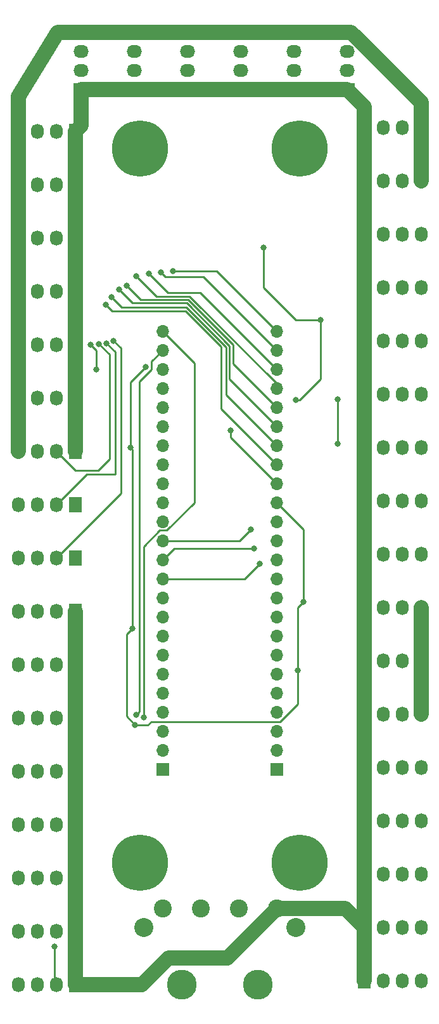
<source format=gbr>
%TF.GenerationSoftware,KiCad,Pcbnew,(5.1.8)-1*%
%TF.CreationDate,2021-05-23T23:23:44-05:00*%
%TF.ProjectId,CircuitBoardV2,43697263-7569-4744-926f-61726456322e,rev?*%
%TF.SameCoordinates,Original*%
%TF.FileFunction,Copper,L2,Bot*%
%TF.FilePolarity,Positive*%
%FSLAX46Y46*%
G04 Gerber Fmt 4.6, Leading zero omitted, Abs format (unit mm)*
G04 Created by KiCad (PCBNEW (5.1.8)-1) date 2021-05-23 23:23:44*
%MOMM*%
%LPD*%
G01*
G04 APERTURE LIST*
%TA.AperFunction,ComponentPad*%
%ADD10O,1.730000X2.030000*%
%TD*%
%TA.AperFunction,ComponentPad*%
%ADD11R,1.730000X2.030000*%
%TD*%
%TA.AperFunction,ComponentPad*%
%ADD12O,1.700000X1.700000*%
%TD*%
%TA.AperFunction,ComponentPad*%
%ADD13R,1.700000X1.700000*%
%TD*%
%TA.AperFunction,ComponentPad*%
%ADD14C,7.500000*%
%TD*%
%TA.AperFunction,ComponentPad*%
%ADD15C,2.540000*%
%TD*%
%TA.AperFunction,ComponentPad*%
%ADD16C,3.990000*%
%TD*%
%TA.AperFunction,ComponentPad*%
%ADD17C,2.400000*%
%TD*%
%TA.AperFunction,ComponentPad*%
%ADD18O,2.030000X1.730000*%
%TD*%
%TA.AperFunction,ComponentPad*%
%ADD19R,2.030000X1.730000*%
%TD*%
%TA.AperFunction,ViaPad*%
%ADD20C,0.800000*%
%TD*%
%TA.AperFunction,Conductor*%
%ADD21C,2.032000*%
%TD*%
%TA.AperFunction,Conductor*%
%ADD22C,0.250000*%
%TD*%
G04 APERTURE END LIST*
D10*
%TO.P,J31,4*%
%TO.N,Net-(J1-Pad4)*%
X100076000Y-93980000D03*
%TO.P,J31,3*%
%TO.N,Net-(J31-Pad3)*%
X102616000Y-93980000D03*
%TO.P,J31,2*%
%TO.N,Net-(J31-Pad2)*%
X105156000Y-93980000D03*
D11*
%TO.P,J31,1*%
%TO.N,Net-(J1-Pad1)*%
X107696000Y-93980000D03*
%TD*%
D12*
%TO.P,J21,24*%
%TO.N,Net-(J21-Pad24)*%
X134620000Y-85090000D03*
%TO.P,J21,23*%
%TO.N,Net-(J21-Pad23)*%
X134620000Y-87630000D03*
%TO.P,J21,22*%
%TO.N,Net-(J21-Pad22)*%
X134620000Y-90170000D03*
%TO.P,J21,21*%
%TO.N,Net-(J21-Pad21)*%
X134620000Y-92710000D03*
%TO.P,J21,20*%
%TO.N,Net-(J21-Pad20)*%
X134620000Y-95250000D03*
%TO.P,J21,19*%
%TO.N,Net-(J21-Pad19)*%
X134620000Y-97790000D03*
%TO.P,J21,18*%
%TO.N,Net-(J21-Pad18)*%
X134620000Y-100330000D03*
%TO.P,J21,17*%
%TO.N,Net-(J21-Pad17)*%
X134620000Y-102870000D03*
%TO.P,J21,16*%
%TO.N,Net-(J21-Pad16)*%
X134620000Y-105410000D03*
%TO.P,J21,15*%
%TO.N,Net-(J21-Pad15)*%
X134620000Y-107950000D03*
%TO.P,J21,14*%
%TO.N,Net-(J21-Pad14)*%
X134620000Y-110490000D03*
%TO.P,J21,13*%
%TO.N,Net-(J21-Pad13)*%
X134620000Y-113030000D03*
%TO.P,J21,12*%
%TO.N,Net-(J21-Pad12)*%
X134620000Y-115570000D03*
%TO.P,J21,11*%
%TO.N,Net-(J21-Pad11)*%
X134620000Y-118110000D03*
%TO.P,J21,10*%
%TO.N,Net-(J21-Pad10)*%
X134620000Y-120650000D03*
%TO.P,J21,9*%
%TO.N,Net-(J21-Pad9)*%
X134620000Y-123190000D03*
%TO.P,J21,8*%
%TO.N,Net-(J21-Pad8)*%
X134620000Y-125730000D03*
%TO.P,J21,7*%
%TO.N,Net-(J21-Pad7)*%
X134620000Y-128270000D03*
%TO.P,J21,6*%
%TO.N,Net-(J21-Pad6)*%
X134620000Y-130810000D03*
%TO.P,J21,5*%
%TO.N,Net-(J21-Pad5)*%
X134620000Y-133350000D03*
%TO.P,J21,4*%
%TO.N,Net-(J21-Pad4)*%
X134620000Y-135890000D03*
%TO.P,J21,3*%
%TO.N,Net-(J21-Pad3)*%
X134620000Y-138430000D03*
%TO.P,J21,2*%
%TO.N,Net-(J21-Pad2)*%
X134620000Y-140970000D03*
D13*
%TO.P,J21,1*%
%TO.N,Net-(J1-Pad4)*%
X134620000Y-143510000D03*
%TD*%
D14*
%TO.P,REF\u002A\u002A,1*%
%TO.N,N/C*%
X137668000Y-60706000D03*
%TD*%
%TO.P,REF\u002A\u002A,1*%
%TO.N,N/C*%
X116332000Y-60706000D03*
%TD*%
%TO.P,REF\u002A\u002A,1*%
%TO.N,N/C*%
X137668000Y-155956000D03*
%TD*%
%TO.P,REF\u002A\u002A,1*%
%TO.N,N/C*%
X116332000Y-155956000D03*
%TD*%
D10*
%TO.P,J37,4*%
%TO.N,Net-(J1-Pad4)*%
X100076000Y-136652000D03*
%TO.P,J37,3*%
%TO.N,Net-(J37-Pad3)*%
X102616000Y-136652000D03*
%TO.P,J37,2*%
%TO.N,Net-(J37-Pad2)*%
X105156000Y-136652000D03*
D11*
%TO.P,J37,1*%
%TO.N,Net-(J1-Pad1)*%
X107696000Y-136652000D03*
%TD*%
%TO.P,J40,1*%
%TO.N,Net-(J1-Pad1)*%
X107696000Y-157988000D03*
D10*
%TO.P,J40,2*%
%TO.N,Net-(J40-Pad2)*%
X105156000Y-157988000D03*
%TO.P,J40,3*%
%TO.N,Net-(J40-Pad3)*%
X102616000Y-157988000D03*
%TO.P,J40,4*%
%TO.N,Net-(J1-Pad4)*%
X100076000Y-157988000D03*
%TD*%
%TO.P,J5,4*%
%TO.N,Net-(J1-Pad4)*%
X153924000Y-72136000D03*
%TO.P,J5,3*%
%TO.N,Net-(J5-Pad3)*%
X151384000Y-72136000D03*
%TO.P,J5,2*%
%TO.N,Net-(J5-Pad2)*%
X148844000Y-72136000D03*
D11*
%TO.P,J5,1*%
%TO.N,Net-(J1-Pad1)*%
X146304000Y-72136000D03*
%TD*%
D10*
%TO.P,J1,4*%
%TO.N,Net-(J1-Pad4)*%
X153924000Y-93472000D03*
%TO.P,J1,3*%
%TO.N,Net-(J1-Pad3)*%
X151384000Y-93472000D03*
%TO.P,J1,2*%
%TO.N,Net-(J1-Pad2)*%
X148844000Y-93472000D03*
D11*
%TO.P,J1,1*%
%TO.N,Net-(J1-Pad1)*%
X146304000Y-93472000D03*
%TD*%
D10*
%TO.P,J3,4*%
%TO.N,Net-(J1-Pad4)*%
X153924000Y-100584000D03*
%TO.P,J3,3*%
%TO.N,Net-(J3-Pad3)*%
X151384000Y-100584000D03*
%TO.P,J3,2*%
%TO.N,Net-(J3-Pad2)*%
X148844000Y-100584000D03*
D11*
%TO.P,J3,1*%
%TO.N,Net-(J1-Pad1)*%
X146304000Y-100584000D03*
%TD*%
D10*
%TO.P,J35,4*%
%TO.N,Net-(J1-Pad4)*%
X100076000Y-122428000D03*
%TO.P,J35,3*%
%TO.N,Net-(J35-Pad3)*%
X102616000Y-122428000D03*
%TO.P,J35,2*%
%TO.N,Net-(J35-Pad2)*%
X105156000Y-122428000D03*
D11*
%TO.P,J35,1*%
%TO.N,Net-(J1-Pad1)*%
X107696000Y-122428000D03*
%TD*%
%TO.P,J38,1*%
%TO.N,Net-(J1-Pad1)*%
X107696000Y-143764000D03*
D10*
%TO.P,J38,2*%
%TO.N,Net-(J38-Pad2)*%
X105156000Y-143764000D03*
%TO.P,J38,3*%
%TO.N,Net-(J38-Pad3)*%
X102616000Y-143764000D03*
%TO.P,J38,4*%
%TO.N,Net-(J1-Pad4)*%
X100076000Y-143764000D03*
%TD*%
%TO.P,J36,4*%
%TO.N,Net-(J1-Pad4)*%
X100076000Y-129540000D03*
%TO.P,J36,3*%
%TO.N,Net-(J36-Pad3)*%
X102616000Y-129540000D03*
%TO.P,J36,2*%
%TO.N,Net-(J36-Pad2)*%
X105156000Y-129540000D03*
D11*
%TO.P,J36,1*%
%TO.N,Net-(J1-Pad1)*%
X107696000Y-129540000D03*
%TD*%
%TO.P,J39,1*%
%TO.N,Net-(J1-Pad1)*%
X107696000Y-150876000D03*
D10*
%TO.P,J39,2*%
%TO.N,Net-(J39-Pad2)*%
X105156000Y-150876000D03*
%TO.P,J39,3*%
%TO.N,Net-(J39-Pad3)*%
X102616000Y-150876000D03*
%TO.P,J39,4*%
%TO.N,Net-(J1-Pad4)*%
X100076000Y-150876000D03*
%TD*%
D11*
%TO.P,J41,1*%
%TO.N,Net-(J1-Pad1)*%
X107696000Y-165100000D03*
D10*
%TO.P,J41,2*%
%TO.N,Net-(J41-Pad2)*%
X105156000Y-165100000D03*
%TO.P,J41,3*%
%TO.N,Net-(J41-Pad3)*%
X102616000Y-165100000D03*
%TO.P,J41,4*%
%TO.N,Net-(J1-Pad4)*%
X100076000Y-165100000D03*
%TD*%
D15*
%TO.P,JMolex1,8*%
%TO.N,N/C*%
X116840000Y-164635000D03*
D16*
%TO.P,JMolex1,7*%
X121920000Y-172255000D03*
%TO.P,JMolex1,6*%
X132080000Y-172255000D03*
D15*
%TO.P,JMolex1,5*%
X137160000Y-164635000D03*
D17*
%TO.P,JMolex1,4*%
%TO.N,Net-(J1-Pad1)*%
X134620000Y-162095000D03*
%TO.P,JMolex1,3*%
%TO.N,Net-(J1-Pad4)*%
X129540000Y-162095000D03*
%TO.P,JMolex1,2*%
%TO.N,Net-(JMolex1-Pad2)*%
X124460000Y-162095000D03*
%TO.P,JMolex1,1*%
%TO.N,Net-(JMolex1-Pad1)*%
X119380000Y-162095000D03*
%TD*%
D11*
%TO.P,J42,1*%
%TO.N,Net-(J1-Pad1)*%
X107696000Y-172212000D03*
D10*
%TO.P,J42,2*%
%TO.N,Net-(J42-Pad2)*%
X105156000Y-172212000D03*
%TO.P,J42,3*%
%TO.N,Net-(J42-Pad3)*%
X102616000Y-172212000D03*
%TO.P,J42,4*%
%TO.N,Net-(J1-Pad4)*%
X100076000Y-172212000D03*
%TD*%
%TO.P,J34,4*%
%TO.N,Net-(J1-Pad4)*%
X100076000Y-115316000D03*
%TO.P,J34,3*%
%TO.N,Net-(J34-Pad3)*%
X102616000Y-115316000D03*
%TO.P,J34,2*%
%TO.N,Net-(J34-Pad2)*%
X105156000Y-115316000D03*
D11*
%TO.P,J34,1*%
%TO.N,Net-(J1-Pad1)*%
X107696000Y-115316000D03*
%TD*%
D10*
%TO.P,J33,4*%
%TO.N,Net-(J1-Pad4)*%
X100076000Y-108204000D03*
%TO.P,J33,3*%
%TO.N,Net-(J33-Pad3)*%
X102616000Y-108204000D03*
%TO.P,J33,2*%
%TO.N,Net-(J33-Pad2)*%
X105156000Y-108204000D03*
D11*
%TO.P,J33,1*%
%TO.N,Net-(J1-Pad1)*%
X107696000Y-108204000D03*
%TD*%
D10*
%TO.P,J32,4*%
%TO.N,Net-(J1-Pad4)*%
X100076000Y-101092000D03*
%TO.P,J32,3*%
%TO.N,Net-(J32-Pad3)*%
X102616000Y-101092000D03*
%TO.P,J32,2*%
%TO.N,Net-(J32-Pad2)*%
X105156000Y-101092000D03*
D11*
%TO.P,J32,1*%
%TO.N,Net-(J1-Pad1)*%
X107696000Y-101092000D03*
%TD*%
D10*
%TO.P,J30,4*%
%TO.N,Net-(J1-Pad4)*%
X100076000Y-86868000D03*
%TO.P,J30,3*%
%TO.N,Net-(J30-Pad3)*%
X102616000Y-86868000D03*
%TO.P,J30,2*%
%TO.N,Net-(J30-Pad2)*%
X105156000Y-86868000D03*
D11*
%TO.P,J30,1*%
%TO.N,Net-(J1-Pad1)*%
X107696000Y-86868000D03*
%TD*%
D10*
%TO.P,J29,4*%
%TO.N,Net-(J1-Pad4)*%
X100076000Y-79756000D03*
%TO.P,J29,3*%
%TO.N,Net-(J29-Pad3)*%
X102616000Y-79756000D03*
%TO.P,J29,2*%
%TO.N,Net-(J29-Pad2)*%
X105156000Y-79756000D03*
D11*
%TO.P,J29,1*%
%TO.N,Net-(J1-Pad1)*%
X107696000Y-79756000D03*
%TD*%
D10*
%TO.P,J28,4*%
%TO.N,Net-(J1-Pad4)*%
X100076000Y-72644000D03*
%TO.P,J28,3*%
%TO.N,Net-(J28-Pad3)*%
X102616000Y-72644000D03*
%TO.P,J28,2*%
%TO.N,Net-(J28-Pad2)*%
X105156000Y-72644000D03*
D11*
%TO.P,J28,1*%
%TO.N,Net-(J1-Pad1)*%
X107696000Y-72644000D03*
%TD*%
D10*
%TO.P,J27,4*%
%TO.N,Net-(J1-Pad4)*%
X100076000Y-65532000D03*
%TO.P,J27,3*%
%TO.N,Net-(J27-Pad3)*%
X102616000Y-65532000D03*
%TO.P,J27,2*%
%TO.N,Net-(J27-Pad2)*%
X105156000Y-65532000D03*
D11*
%TO.P,J27,1*%
%TO.N,Net-(J1-Pad1)*%
X107696000Y-65532000D03*
%TD*%
D10*
%TO.P,J26,4*%
%TO.N,Net-(J1-Pad4)*%
X153924000Y-57912000D03*
%TO.P,J26,3*%
%TO.N,Net-(J26-Pad3)*%
X151384000Y-57912000D03*
%TO.P,J26,2*%
%TO.N,Net-(J26-Pad2)*%
X148844000Y-57912000D03*
D11*
%TO.P,J26,1*%
%TO.N,Net-(J1-Pad1)*%
X146304000Y-57912000D03*
%TD*%
D18*
%TO.P,J25,4*%
%TO.N,Net-(J1-Pad4)*%
X144018000Y-45212000D03*
%TO.P,J25,3*%
%TO.N,Net-(J25-Pad3)*%
X144018000Y-47752000D03*
%TO.P,J25,2*%
%TO.N,Net-(J25-Pad2)*%
X144018000Y-50292000D03*
D19*
%TO.P,J25,1*%
%TO.N,Net-(J1-Pad1)*%
X144018000Y-52832000D03*
%TD*%
D18*
%TO.P,J24,4*%
%TO.N,Net-(J1-Pad4)*%
X136906000Y-45212000D03*
%TO.P,J24,3*%
%TO.N,Net-(J24-Pad3)*%
X136906000Y-47752000D03*
%TO.P,J24,2*%
%TO.N,Net-(J24-Pad2)*%
X136906000Y-50292000D03*
D19*
%TO.P,J24,1*%
%TO.N,Net-(J1-Pad1)*%
X136906000Y-52832000D03*
%TD*%
D18*
%TO.P,J23,4*%
%TO.N,Net-(J1-Pad4)*%
X129794000Y-45212000D03*
%TO.P,J23,3*%
%TO.N,Net-(J23-Pad3)*%
X129794000Y-47752000D03*
%TO.P,J23,2*%
%TO.N,Net-(J23-Pad2)*%
X129794000Y-50292000D03*
D19*
%TO.P,J23,1*%
%TO.N,Net-(J1-Pad1)*%
X129794000Y-52832000D03*
%TD*%
D12*
%TO.P,J22,24*%
%TO.N,Net-(J22-Pad24)*%
X119380000Y-85090000D03*
%TO.P,J22,23*%
%TO.N,Net-(J22-Pad23)*%
X119380000Y-87630000D03*
%TO.P,J22,22*%
%TO.N,Net-(J22-Pad22)*%
X119380000Y-90170000D03*
%TO.P,J22,21*%
%TO.N,Net-(J22-Pad21)*%
X119380000Y-92710000D03*
%TO.P,J22,20*%
%TO.N,Net-(J22-Pad20)*%
X119380000Y-95250000D03*
%TO.P,J22,19*%
%TO.N,Net-(J22-Pad19)*%
X119380000Y-97790000D03*
%TO.P,J22,18*%
%TO.N,Net-(J22-Pad18)*%
X119380000Y-100330000D03*
%TO.P,J22,17*%
%TO.N,Net-(J22-Pad17)*%
X119380000Y-102870000D03*
%TO.P,J22,16*%
%TO.N,Net-(J22-Pad16)*%
X119380000Y-105410000D03*
%TO.P,J22,15*%
%TO.N,Net-(J22-Pad15)*%
X119380000Y-107950000D03*
%TO.P,J22,14*%
%TO.N,Net-(J22-Pad14)*%
X119380000Y-110490000D03*
%TO.P,J22,13*%
%TO.N,Net-(J22-Pad13)*%
X119380000Y-113030000D03*
%TO.P,J22,12*%
%TO.N,Net-(J22-Pad12)*%
X119380000Y-115570000D03*
%TO.P,J22,11*%
%TO.N,Net-(J22-Pad11)*%
X119380000Y-118110000D03*
%TO.P,J22,10*%
%TO.N,Net-(J22-Pad10)*%
X119380000Y-120650000D03*
%TO.P,J22,9*%
%TO.N,Net-(J22-Pad9)*%
X119380000Y-123190000D03*
%TO.P,J22,8*%
%TO.N,Net-(J22-Pad8)*%
X119380000Y-125730000D03*
%TO.P,J22,7*%
%TO.N,Net-(J22-Pad7)*%
X119380000Y-128270000D03*
%TO.P,J22,6*%
%TO.N,Net-(J22-Pad6)*%
X119380000Y-130810000D03*
%TO.P,J22,5*%
%TO.N,Net-(J22-Pad5)*%
X119380000Y-133350000D03*
%TO.P,J22,4*%
%TO.N,Net-(J22-Pad4)*%
X119380000Y-135890000D03*
%TO.P,J22,3*%
%TO.N,Net-(J22-Pad3)*%
X119380000Y-138430000D03*
%TO.P,J22,2*%
%TO.N,Net-(J22-Pad2)*%
X119380000Y-140970000D03*
D13*
%TO.P,J22,1*%
%TO.N,Net-(J22-Pad1)*%
X119380000Y-143510000D03*
%TD*%
D10*
%TO.P,J20,4*%
%TO.N,Net-(J1-Pad4)*%
X153924000Y-107696000D03*
%TO.P,J20,3*%
%TO.N,Net-(J20-Pad3)*%
X151384000Y-107696000D03*
%TO.P,J20,2*%
%TO.N,Net-(J20-Pad2)*%
X148844000Y-107696000D03*
D11*
%TO.P,J20,1*%
%TO.N,Net-(J1-Pad1)*%
X146304000Y-107696000D03*
%TD*%
D10*
%TO.P,J19,4*%
%TO.N,Net-(J1-Pad4)*%
X153924000Y-114808000D03*
%TO.P,J19,3*%
%TO.N,Net-(J19-Pad3)*%
X151384000Y-114808000D03*
%TO.P,J19,2*%
%TO.N,Net-(J19-Pad2)*%
X148844000Y-114808000D03*
D11*
%TO.P,J19,1*%
%TO.N,Net-(J1-Pad1)*%
X146304000Y-114808000D03*
%TD*%
D10*
%TO.P,J18,4*%
%TO.N,Net-(J1-Pad4)*%
X153924000Y-121920000D03*
%TO.P,J18,3*%
%TO.N,Net-(J18-Pad3)*%
X151384000Y-121920000D03*
%TO.P,J18,2*%
%TO.N,Net-(J18-Pad2)*%
X148844000Y-121920000D03*
D11*
%TO.P,J18,1*%
%TO.N,Net-(J1-Pad1)*%
X146304000Y-121920000D03*
%TD*%
D10*
%TO.P,J17,4*%
%TO.N,Net-(J1-Pad4)*%
X153924000Y-129032000D03*
%TO.P,J17,3*%
%TO.N,Net-(J17-Pad3)*%
X151384000Y-129032000D03*
%TO.P,J17,2*%
%TO.N,Net-(J17-Pad2)*%
X148844000Y-129032000D03*
D11*
%TO.P,J17,1*%
%TO.N,Net-(J1-Pad1)*%
X146304000Y-129032000D03*
%TD*%
D10*
%TO.P,J16,4*%
%TO.N,Net-(J1-Pad4)*%
X153924000Y-136144000D03*
%TO.P,J16,3*%
%TO.N,Net-(J16-Pad3)*%
X151384000Y-136144000D03*
%TO.P,J16,2*%
%TO.N,Net-(J16-Pad2)*%
X148844000Y-136144000D03*
D11*
%TO.P,J16,1*%
%TO.N,Net-(J1-Pad1)*%
X146304000Y-136144000D03*
%TD*%
D10*
%TO.P,J15,4*%
%TO.N,Net-(J1-Pad4)*%
X153924000Y-143256000D03*
%TO.P,J15,3*%
%TO.N,Net-(J15-Pad3)*%
X151384000Y-143256000D03*
%TO.P,J15,2*%
%TO.N,Net-(J15-Pad2)*%
X148844000Y-143256000D03*
D11*
%TO.P,J15,1*%
%TO.N,Net-(J1-Pad1)*%
X146304000Y-143256000D03*
%TD*%
D10*
%TO.P,J14,4*%
%TO.N,Net-(J1-Pad4)*%
X153924000Y-150368000D03*
%TO.P,J14,3*%
%TO.N,Net-(J14-Pad3)*%
X151384000Y-150368000D03*
%TO.P,J14,2*%
%TO.N,Net-(J14-Pad2)*%
X148844000Y-150368000D03*
D11*
%TO.P,J14,1*%
%TO.N,Net-(J1-Pad1)*%
X146304000Y-150368000D03*
%TD*%
D10*
%TO.P,J13,4*%
%TO.N,Net-(J1-Pad4)*%
X153924000Y-157480000D03*
%TO.P,J13,3*%
%TO.N,Net-(J13-Pad3)*%
X151384000Y-157480000D03*
%TO.P,J13,2*%
%TO.N,Net-(J13-Pad2)*%
X148844000Y-157480000D03*
D11*
%TO.P,J13,1*%
%TO.N,Net-(J1-Pad1)*%
X146304000Y-157480000D03*
%TD*%
D10*
%TO.P,J12,4*%
%TO.N,Net-(J1-Pad4)*%
X153924000Y-164592000D03*
%TO.P,J12,3*%
%TO.N,Net-(J12-Pad3)*%
X151384000Y-164592000D03*
%TO.P,J12,2*%
%TO.N,Net-(J12-Pad2)*%
X148844000Y-164592000D03*
D11*
%TO.P,J12,1*%
%TO.N,Net-(J1-Pad1)*%
X146304000Y-164592000D03*
%TD*%
D10*
%TO.P,J11,4*%
%TO.N,Net-(J1-Pad4)*%
X153924000Y-171704000D03*
%TO.P,J11,3*%
%TO.N,Net-(J11-Pad3)*%
X151384000Y-171704000D03*
%TO.P,J11,2*%
%TO.N,Net-(J11-Pad2)*%
X148844000Y-171704000D03*
D11*
%TO.P,J11,1*%
%TO.N,Net-(J1-Pad1)*%
X146304000Y-171704000D03*
%TD*%
D18*
%TO.P,J10,4*%
%TO.N,Net-(J1-Pad4)*%
X122682000Y-45212000D03*
%TO.P,J10,3*%
%TO.N,Net-(J10-Pad3)*%
X122682000Y-47752000D03*
%TO.P,J10,2*%
%TO.N,Net-(J10-Pad2)*%
X122682000Y-50292000D03*
D19*
%TO.P,J10,1*%
%TO.N,Net-(J1-Pad1)*%
X122682000Y-52832000D03*
%TD*%
D18*
%TO.P,J9,4*%
%TO.N,Net-(J1-Pad4)*%
X108458000Y-45212000D03*
%TO.P,J9,3*%
%TO.N,Net-(J9-Pad3)*%
X108458000Y-47752000D03*
%TO.P,J9,2*%
%TO.N,Net-(J9-Pad2)*%
X108458000Y-50292000D03*
D19*
%TO.P,J9,1*%
%TO.N,Net-(J1-Pad1)*%
X108458000Y-52832000D03*
%TD*%
D10*
%TO.P,J8,4*%
%TO.N,Net-(J1-Pad4)*%
X100076000Y-58420000D03*
%TO.P,J8,3*%
%TO.N,Net-(J8-Pad3)*%
X102616000Y-58420000D03*
%TO.P,J8,2*%
%TO.N,Net-(J8-Pad2)*%
X105156000Y-58420000D03*
D11*
%TO.P,J8,1*%
%TO.N,Net-(J1-Pad1)*%
X107696000Y-58420000D03*
%TD*%
D10*
%TO.P,J7,4*%
%TO.N,Net-(J1-Pad4)*%
X153924000Y-65024000D03*
%TO.P,J7,3*%
%TO.N,Net-(J7-Pad3)*%
X151384000Y-65024000D03*
%TO.P,J7,2*%
%TO.N,Net-(J7-Pad2)*%
X148844000Y-65024000D03*
D11*
%TO.P,J7,1*%
%TO.N,Net-(J1-Pad1)*%
X146304000Y-65024000D03*
%TD*%
D18*
%TO.P,J6,4*%
%TO.N,Net-(J1-Pad4)*%
X115570000Y-45212000D03*
%TO.P,J6,3*%
%TO.N,Net-(J6-Pad3)*%
X115570000Y-47752000D03*
%TO.P,J6,2*%
%TO.N,Net-(J6-Pad2)*%
X115570000Y-50292000D03*
D19*
%TO.P,J6,1*%
%TO.N,Net-(J1-Pad1)*%
X115570000Y-52832000D03*
%TD*%
D10*
%TO.P,J4,4*%
%TO.N,Net-(J1-Pad4)*%
X153924000Y-79248000D03*
%TO.P,J4,3*%
%TO.N,Net-(J4-Pad3)*%
X151384000Y-79248000D03*
%TO.P,J4,2*%
%TO.N,Net-(J4-Pad2)*%
X148844000Y-79248000D03*
D11*
%TO.P,J4,1*%
%TO.N,Net-(J1-Pad1)*%
X146304000Y-79248000D03*
%TD*%
D10*
%TO.P,J2,4*%
%TO.N,Net-(J1-Pad4)*%
X153924000Y-86360000D03*
%TO.P,J2,3*%
%TO.N,Net-(J2-Pad3)*%
X151384000Y-86360000D03*
%TO.P,J2,2*%
%TO.N,Net-(J2-Pad2)*%
X148844000Y-86360000D03*
D11*
%TO.P,J2,1*%
%TO.N,Net-(J1-Pad1)*%
X146304000Y-86360000D03*
%TD*%
D20*
%TO.N,Net-(J1-Pad4)*%
X109728000Y-86868000D03*
X142824000Y-94158000D03*
X142824000Y-100152000D03*
X110527724Y-90202620D03*
%TO.N,Net-(J21-Pad24)*%
X120805842Y-77117842D03*
%TO.N,Net-(J21-Pad23)*%
X119126000Y-77216000D03*
%TO.N,Net-(J21-Pad22)*%
X117584963Y-77452963D03*
%TO.N,Net-(J21-Pad21)*%
X115824000Y-77724000D03*
%TO.N,Net-(J21-Pad20)*%
X114554000Y-78994014D03*
%TO.N,Net-(J21-Pad19)*%
X113538000Y-79502000D03*
%TO.N,Net-(J21-Pad18)*%
X112522010Y-80518000D03*
%TO.N,Net-(J21-Pad17)*%
X111760000Y-81533998D03*
%TO.N,Net-(J21-Pad16)*%
X128509054Y-98298000D03*
%TO.N,Net-(J21-Pad15)*%
X132918000Y-73990000D03*
X140462000Y-83566000D03*
X137160000Y-94234000D03*
X138176000Y-121158000D03*
X137414000Y-130302000D03*
X115315994Y-124714000D03*
X115062000Y-100584000D03*
X117163271Y-89841943D03*
X115732759Y-137643080D03*
%TO.N,Net-(J22-Pad24)*%
X116840001Y-136576236D03*
%TO.N,Net-(J22-Pad23)*%
X115889087Y-136266340D03*
%TO.N,Net-(J22-Pad13)*%
X131178478Y-111507112D03*
%TO.N,Net-(J22-Pad12)*%
X131628489Y-114046000D03*
%TO.N,Net-(J22-Pad11)*%
X132353499Y-116097499D03*
%TO.N,Net-(J32-Pad2)*%
X110892476Y-86814746D03*
%TO.N,Net-(J33-Pad2)*%
X111887938Y-86719455D03*
%TO.N,Net-(J34-Pad2)*%
X112838173Y-86405632D03*
%TO.N,Net-(J42-Pad2)*%
X104956928Y-167132000D03*
%TD*%
D21*
%TO.N,Net-(J1-Pad4)*%
X153924000Y-129032000D02*
X153924000Y-121920000D01*
X153924000Y-136144000D02*
X153924000Y-129032000D01*
X100076000Y-101092000D02*
X100076000Y-93980000D01*
X100076000Y-93980000D02*
X100076000Y-86868000D01*
X100076000Y-86868000D02*
X100076000Y-79756000D01*
X100076000Y-79756000D02*
X100076000Y-72644000D01*
X100076000Y-72644000D02*
X100076000Y-65532000D01*
X100076000Y-65532000D02*
X100076000Y-58420000D01*
X105365131Y-45212000D02*
X108458000Y-45212000D01*
X100076000Y-53831313D02*
X105365131Y-45212000D01*
X100076000Y-58420000D02*
X100076000Y-53831313D01*
X108458000Y-45212000D02*
X115570000Y-45212000D01*
X115570000Y-45212000D02*
X122682000Y-45212000D01*
X122682000Y-45212000D02*
X129794000Y-45212000D01*
X129794000Y-45212000D02*
X136906000Y-45212000D01*
X136906000Y-45212000D02*
X144018000Y-45212000D01*
X153924000Y-54565008D02*
X153924000Y-57912000D01*
X144570992Y-45212000D02*
X153924000Y-54565008D01*
X144018000Y-45212000D02*
X144570992Y-45212000D01*
X153924000Y-57912000D02*
X153924000Y-65024000D01*
D22*
X109728000Y-86868000D02*
X109728000Y-86868000D01*
X142824000Y-94158000D02*
X142824000Y-100152000D01*
X142824000Y-100152000D02*
X142824000Y-100152000D01*
X110527724Y-87667724D02*
X110527724Y-90202620D01*
X109728000Y-86868000D02*
X110527724Y-87667724D01*
D21*
%TO.N,Net-(J1-Pad1)*%
X146304000Y-72136000D02*
X146304000Y-65024000D01*
X146304000Y-79248000D02*
X146304000Y-72136000D01*
X146304000Y-86360000D02*
X146304000Y-79248000D01*
X146304000Y-93472000D02*
X146304000Y-86360000D01*
X146304000Y-100584000D02*
X146304000Y-93472000D01*
X146304000Y-107696000D02*
X146304000Y-100584000D01*
X146304000Y-114808000D02*
X146304000Y-107696000D01*
X146304000Y-121920000D02*
X146304000Y-114808000D01*
X146304000Y-129032000D02*
X146304000Y-121920000D01*
X146304000Y-136144000D02*
X146304000Y-129032000D01*
X146304000Y-143256000D02*
X146304000Y-136144000D01*
X134620000Y-162095000D02*
X143807000Y-162095000D01*
X143807000Y-162095000D02*
X146304000Y-164592000D01*
X146304000Y-150368000D02*
X146304000Y-143256000D01*
X146304000Y-157480000D02*
X146304000Y-150368000D01*
X146304000Y-164592000D02*
X146304000Y-157480000D01*
X146304000Y-164592000D02*
X146304000Y-171704000D01*
X146304000Y-65024000D02*
X146304000Y-57912000D01*
X146304000Y-55118000D02*
X144018000Y-52832000D01*
X146304000Y-57912000D02*
X146304000Y-55118000D01*
X144018000Y-52832000D02*
X136906000Y-52832000D01*
X136906000Y-52832000D02*
X129794000Y-52832000D01*
X129794000Y-52832000D02*
X122682000Y-52832000D01*
X122682000Y-52832000D02*
X115570000Y-52832000D01*
X115570000Y-52832000D02*
X108458000Y-52832000D01*
X108458000Y-57658000D02*
X107696000Y-58420000D01*
X108458000Y-52832000D02*
X108458000Y-57658000D01*
X107696000Y-58420000D02*
X107696000Y-65532000D01*
X107696000Y-65532000D02*
X107696000Y-72644000D01*
X107696000Y-72644000D02*
X107696000Y-79756000D01*
X107696000Y-79756000D02*
X107696000Y-86868000D01*
X107696000Y-86868000D02*
X107696000Y-93980000D01*
X107696000Y-93980000D02*
X107696000Y-101092000D01*
X107696000Y-122428000D02*
X107696000Y-129540000D01*
X107696000Y-129540000D02*
X107696000Y-136652000D01*
X107696000Y-136652000D02*
X107696000Y-143764000D01*
X107696000Y-143764000D02*
X107696000Y-150876000D01*
X107696000Y-150876000D02*
X107696000Y-157988000D01*
X107696000Y-157988000D02*
X107696000Y-165100000D01*
X107696000Y-165100000D02*
X107696000Y-172212000D01*
X107696000Y-172212000D02*
X116586000Y-172212000D01*
X116586000Y-172212000D02*
X120142000Y-168656000D01*
X128059000Y-168656000D02*
X134620000Y-162095000D01*
X120142000Y-168656000D02*
X128059000Y-168656000D01*
D22*
%TO.N,Net-(J21-Pad24)*%
X126647842Y-77117842D02*
X120805842Y-77117842D01*
X134620000Y-85090000D02*
X126647842Y-77117842D01*
%TO.N,Net-(J21-Pad23)*%
X119752843Y-77842843D02*
X119126000Y-77216000D01*
X124832843Y-77842843D02*
X119752843Y-77842843D01*
X134620000Y-87630000D02*
X124832843Y-77842843D01*
%TO.N,Net-(J21-Pad22)*%
X134620000Y-90170000D02*
X124437956Y-79987956D01*
X124437956Y-79987956D02*
X120119956Y-79987956D01*
X120119956Y-79987956D02*
X117584963Y-77452963D01*
%TO.N,Net-(J21-Pad21)*%
X134620000Y-92079230D02*
X134620000Y-92710000D01*
X122978737Y-80437967D02*
X134620000Y-92079230D01*
X118537967Y-80437967D02*
X122978737Y-80437967D01*
X115824000Y-77724000D02*
X118537967Y-80437967D01*
%TO.N,Net-(J21-Pad20)*%
X116447964Y-80887978D02*
X114554000Y-78994014D01*
X122792338Y-80887978D02*
X116447964Y-80887978D01*
X128784789Y-86880429D02*
X122792338Y-80887978D01*
X128784789Y-89414789D02*
X128784789Y-86880429D01*
X134620000Y-95250000D02*
X128784789Y-89414789D01*
%TO.N,Net-(J21-Pad19)*%
X128334779Y-91504779D02*
X128334779Y-87066829D01*
X115373989Y-81337989D02*
X113538000Y-79502000D01*
X122605939Y-81337989D02*
X115373989Y-81337989D01*
X134620000Y-97790000D02*
X128334779Y-91504779D01*
X128334779Y-87066829D02*
X122605939Y-81337989D01*
%TO.N,Net-(J21-Pad18)*%
X127884769Y-93594769D02*
X127884769Y-87253233D01*
X113938009Y-81933999D02*
X112522010Y-80518000D01*
X127884769Y-87253233D02*
X122565535Y-81933999D01*
X122565535Y-81933999D02*
X113938009Y-81933999D01*
X134620000Y-100330000D02*
X127884769Y-93594769D01*
%TO.N,Net-(J21-Pad17)*%
X134620000Y-102870000D02*
X127180759Y-95430759D01*
X127180759Y-95430759D02*
X127180759Y-87185632D01*
X127180759Y-87185632D02*
X122437126Y-82441999D01*
X122437126Y-82441999D02*
X112668001Y-82441999D01*
X112668001Y-82441999D02*
X111760000Y-81533998D01*
%TO.N,Net-(J21-Pad16)*%
X128509054Y-99299054D02*
X128509054Y-98298000D01*
X134620000Y-105410000D02*
X128509054Y-99299054D01*
%TO.N,Net-(J21-Pad15)*%
X132918000Y-73990000D02*
X132918000Y-79324000D01*
X132918000Y-79324000D02*
X137160000Y-83566000D01*
X137160000Y-83566000D02*
X140462000Y-83566000D01*
X140462000Y-83566000D02*
X140462000Y-83566000D01*
X140462000Y-91440000D02*
X137668000Y-94234000D01*
X137668000Y-94234000D02*
X137160000Y-94234000D01*
X140462000Y-83566000D02*
X140462000Y-91440000D01*
X137160000Y-94234000D02*
X137160000Y-94234000D01*
X138176000Y-111506000D02*
X138176000Y-121158000D01*
X134620000Y-107950000D02*
X138176000Y-111506000D01*
X138176000Y-121158000D02*
X137414000Y-121920000D01*
X137414000Y-121920000D02*
X137414000Y-130302000D01*
X115315994Y-124714000D02*
X115315994Y-100837994D01*
X115315994Y-100837994D02*
X115062000Y-100584000D01*
X115062000Y-100584000D02*
X115062000Y-91943214D01*
X115062000Y-91943214D02*
X117163271Y-89841943D01*
X137414000Y-130302000D02*
X137414000Y-134835002D01*
X117429934Y-137643080D02*
X115732759Y-137643080D01*
X137414000Y-134835002D02*
X135089002Y-137160000D01*
X117913014Y-137160000D02*
X117429934Y-137643080D01*
X135089002Y-137160000D02*
X117913014Y-137160000D01*
X115732759Y-137643080D02*
X114554000Y-136464321D01*
X114554000Y-125475994D02*
X115315994Y-124714000D01*
X114554000Y-136464321D02*
X114554000Y-125475994D01*
%TO.N,Net-(J22-Pad24)*%
X119380000Y-85090000D02*
X123640011Y-89350011D01*
X119005997Y-111665001D02*
X116840001Y-113830997D01*
X123640011Y-107968991D02*
X119944001Y-111665001D01*
X123640011Y-89350011D02*
X123640011Y-107968991D01*
X116840001Y-113830997D02*
X116840001Y-136576236D01*
X119944001Y-111665001D02*
X119005997Y-111665001D01*
%TO.N,Net-(J22-Pad23)*%
X117888273Y-89121727D02*
X117888273Y-90189644D01*
X116289086Y-135866341D02*
X115889087Y-136266340D01*
X119380000Y-87630000D02*
X117888273Y-89121727D01*
X116289086Y-91788831D02*
X116289086Y-135866341D01*
X117888273Y-90189644D02*
X116289086Y-91788831D01*
%TO.N,Net-(J22-Pad13)*%
X119380000Y-113030000D02*
X129655590Y-113030000D01*
X129655590Y-113030000D02*
X131178478Y-111507112D01*
%TO.N,Net-(J22-Pad12)*%
X119380000Y-115570000D02*
X120904000Y-114046000D01*
X120904000Y-114046000D02*
X131628489Y-114046000D01*
%TO.N,Net-(J22-Pad11)*%
X130340998Y-118110000D02*
X132353499Y-116097499D01*
X119380000Y-118110000D02*
X130340998Y-118110000D01*
%TO.N,Net-(J32-Pad2)*%
X112268000Y-102108000D02*
X112268000Y-88190270D01*
X105156000Y-101092000D02*
X107696000Y-103632000D01*
X110744000Y-103632000D02*
X112268000Y-102108000D01*
X112268000Y-88190270D02*
X110892476Y-86814746D01*
X107696000Y-103632000D02*
X110744000Y-103632000D01*
%TO.N,Net-(J33-Pad2)*%
X113030000Y-104140000D02*
X113030000Y-87861517D01*
X105156000Y-108204000D02*
X109220000Y-104140000D01*
X113030000Y-87861517D02*
X111887938Y-86719455D01*
X109220000Y-104140000D02*
X113030000Y-104140000D01*
%TO.N,Net-(J34-Pad2)*%
X105156000Y-115316000D02*
X113792000Y-106680000D01*
X113792000Y-106680000D02*
X113792000Y-87359459D01*
X113792000Y-87359459D02*
X112838173Y-86405632D01*
%TO.N,Net-(J42-Pad2)*%
X104956928Y-172012928D02*
X105156000Y-172212000D01*
X104956928Y-167132000D02*
X104956928Y-172012928D01*
%TD*%
M02*

</source>
